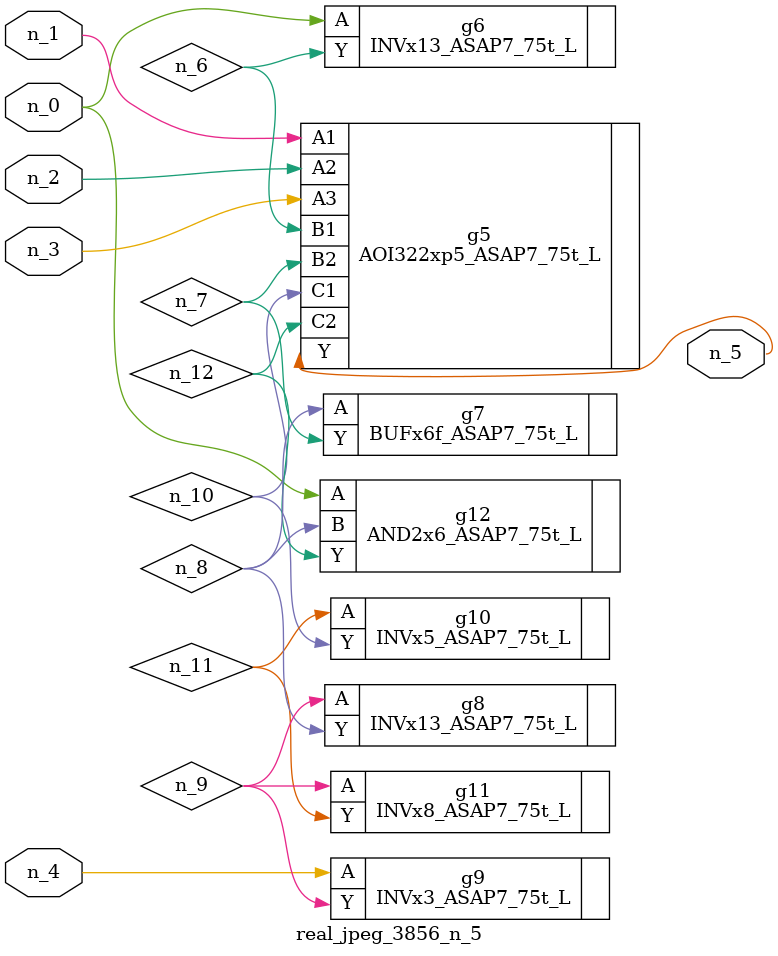
<source format=v>
module real_jpeg_3856_n_5 (n_4, n_0, n_1, n_2, n_3, n_5);

input n_4;
input n_0;
input n_1;
input n_2;
input n_3;

output n_5;

wire n_12;
wire n_8;
wire n_11;
wire n_6;
wire n_7;
wire n_10;
wire n_9;

INVx13_ASAP7_75t_L g6 ( 
.A(n_0),
.Y(n_6)
);

AND2x6_ASAP7_75t_L g12 ( 
.A(n_0),
.B(n_8),
.Y(n_12)
);

AOI322xp5_ASAP7_75t_L g5 ( 
.A1(n_1),
.A2(n_2),
.A3(n_3),
.B1(n_6),
.B2(n_7),
.C1(n_10),
.C2(n_12),
.Y(n_5)
);

INVx3_ASAP7_75t_L g9 ( 
.A(n_4),
.Y(n_9)
);

BUFx6f_ASAP7_75t_L g7 ( 
.A(n_8),
.Y(n_7)
);

INVx13_ASAP7_75t_L g8 ( 
.A(n_9),
.Y(n_8)
);

INVx8_ASAP7_75t_L g11 ( 
.A(n_9),
.Y(n_11)
);

INVx5_ASAP7_75t_L g10 ( 
.A(n_11),
.Y(n_10)
);


endmodule
</source>
